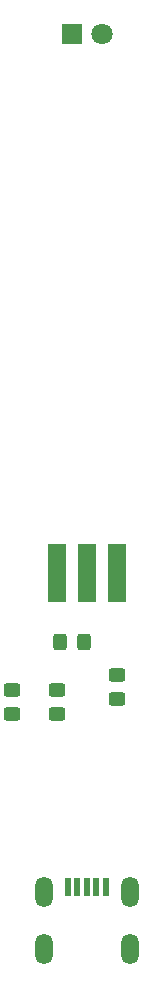
<source format=gbs>
%TF.GenerationSoftware,KiCad,Pcbnew,(5.99.0-7341-g2f3ca60c5e)*%
%TF.CreationDate,2020-12-04T16:45:41+01:00*%
%TF.ProjectId,pcb,7063622e-6b69-4636-9164-5f7063625858,rev?*%
%TF.SameCoordinates,Original*%
%TF.FileFunction,Soldermask,Bot*%
%TF.FilePolarity,Negative*%
%FSLAX46Y46*%
G04 Gerber Fmt 4.6, Leading zero omitted, Abs format (unit mm)*
G04 Created by KiCad (PCBNEW (5.99.0-7341-g2f3ca60c5e)) date 2020-12-04 16:45:41*
%MOMM*%
%LPD*%
G01*
G04 APERTURE LIST*
G04 Aperture macros list*
%AMRoundRect*
0 Rectangle with rounded corners*
0 $1 Rounding radius*
0 $2 $3 $4 $5 $6 $7 $8 $9 X,Y pos of 4 corners*
0 Add a 4 corners polygon primitive as box body*
4,1,4,$2,$3,$4,$5,$6,$7,$8,$9,$2,$3,0*
0 Add four circle primitives for the rounded corners*
1,1,$1+$1,$2,$3,0*
1,1,$1+$1,$4,$5,0*
1,1,$1+$1,$6,$7,0*
1,1,$1+$1,$8,$9,0*
0 Add four rect primitives between the rounded corners*
20,1,$1+$1,$2,$3,$4,$5,0*
20,1,$1+$1,$4,$5,$6,$7,0*
20,1,$1+$1,$6,$7,$8,$9,0*
20,1,$1+$1,$8,$9,$2,$3,0*%
G04 Aperture macros list end*
%ADD10R,1.500000X5.000000*%
%ADD11RoundRect,0.250000X-0.325000X-0.450000X0.325000X-0.450000X0.325000X0.450000X-0.325000X0.450000X0*%
%ADD12R,1.800000X1.800000*%
%ADD13C,1.800000*%
%ADD14R,0.500000X1.500000*%
%ADD15O,1.500000X2.600000*%
%ADD16RoundRect,0.250000X-0.450000X0.325000X-0.450000X-0.325000X0.450000X-0.325000X0.450000X0.325000X0*%
%ADD17RoundRect,0.250000X0.450000X-0.325000X0.450000X0.325000X-0.450000X0.325000X-0.450000X-0.325000X0*%
G04 APERTURE END LIST*
D10*
%TO.C,U1*%
X2540000Y-8165000D03*
X0Y-8165000D03*
X-2540000Y-8165000D03*
%TD*%
D11*
%TO.C,C1*%
X-2295000Y-13970000D03*
X-245000Y-13970000D03*
%TD*%
D12*
%TO.C,D1*%
X-1270000Y37500000D03*
D13*
X1270000Y37500000D03*
%TD*%
D14*
%TO.C,J1*%
X1600000Y-34750000D03*
X800000Y-34750000D03*
X0Y-34750000D03*
X-800000Y-34750000D03*
X-1600000Y-34750000D03*
D15*
X3650000Y-40000000D03*
X3650000Y-35200000D03*
X-3650000Y-35200000D03*
X-3650000Y-40000000D03*
%TD*%
D16*
%TO.C,R3*%
X-6350000Y-18025000D03*
X-6350000Y-20075000D03*
%TD*%
%TO.C,R1*%
X-2540000Y-18025000D03*
X-2540000Y-20075000D03*
%TD*%
D17*
%TO.C,R2*%
X2540000Y-18805000D03*
X2540000Y-16755000D03*
%TD*%
M02*

</source>
